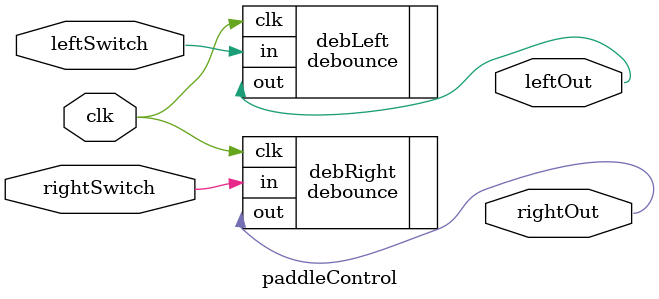
<source format=v>
`timescale 1ns / 1ps
module paddleControl(
				input clk,
				input rightSwitch,
				input leftSwitch,
				output leftOut,
				output rightOut
			);
	
	debounce  debLeft(.clk(clk),  .in(leftSwitch), .out(leftOut));
	debounce debRight(.clk(clk), .in(rightSwitch), .out(rightOut));
endmodule

</source>
